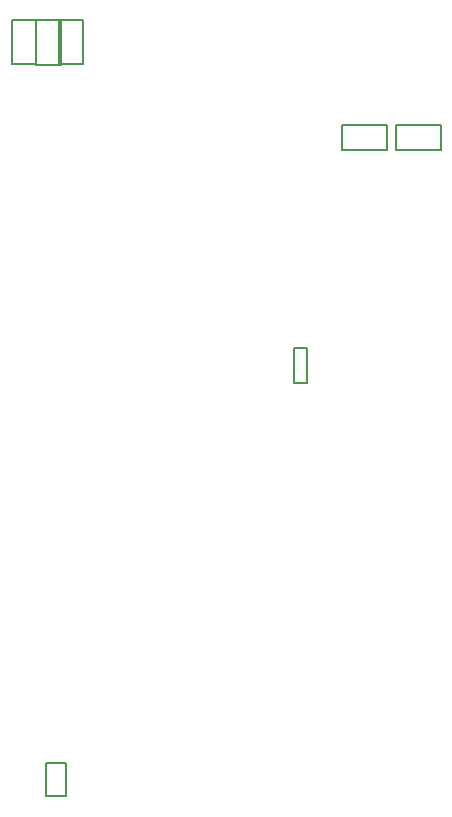
<source format=gbr>
%TF.GenerationSoftware,Altium Limited,Altium Designer,23.6.0 (18)*%
G04 Layer_Color=32768*
%FSLAX45Y45*%
%MOMM*%
%TF.SameCoordinates,8B2A78E3-6762-467B-82E4-ABAB87B9FA14*%
%TF.FilePolarity,Positive*%
%TF.FileFunction,Other,Top_Courtyard*%
%TF.Part,Single*%
G01*
G75*
%TA.AperFunction,NonConductor*%
%ADD70C,0.20000*%
D70*
X6476709Y14513106D02*
X6853292D01*
Y14306892D02*
Y14513106D01*
X6476709Y14306892D02*
X6853292D01*
X6476709D02*
Y14513106D01*
X6021708Y14309393D02*
X6398291D01*
X6021708D02*
Y14515607D01*
X6398291D01*
Y14309393D02*
Y14515607D01*
X3619394Y15405791D02*
X3825607D01*
X3619394Y15029208D02*
Y15405791D01*
Y15029208D02*
X3825607D01*
Y15405791D01*
X5720300Y12329500D02*
Y12629500D01*
X5610300D02*
X5720300D01*
X5610300Y12329500D02*
X5720300D01*
X5610300D02*
Y12629500D01*
X3510839Y9112911D02*
X3680839D01*
X3510839Y8832911D02*
Y9112911D01*
Y8832911D02*
X3680839D01*
Y9112911D01*
X3224394Y15405791D02*
X3430607D01*
X3224394Y15029208D02*
Y15405791D01*
Y15029208D02*
X3430607D01*
Y15405791D01*
X3429393Y15403291D02*
X3635606D01*
X3429393Y15026707D02*
Y15403291D01*
Y15026707D02*
X3635606D01*
Y15403291D01*
%TF.MD5,15c94ccf1c7c3a84568e4079f73a1ee4*%
M02*

</source>
